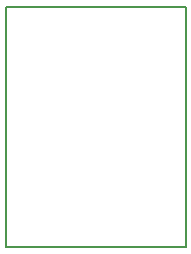
<source format=gbr>
%TF.GenerationSoftware,KiCad,Pcbnew,8.0.4*%
%TF.CreationDate,2024-08-22T16:07:43-07:00*%
%TF.ProjectId,tmtua,746d7475-612e-46b6-9963-61645f706362,0.1*%
%TF.SameCoordinates,Original*%
%TF.FileFunction,Profile,NP*%
%FSLAX46Y46*%
G04 Gerber Fmt 4.6, Leading zero omitted, Abs format (unit mm)*
G04 Created by KiCad (PCBNEW 8.0.4) date 2024-08-22 16:07:43*
%MOMM*%
%LPD*%
G01*
G04 APERTURE LIST*
%TA.AperFunction,Profile*%
%ADD10C,0.200000*%
%TD*%
G04 APERTURE END LIST*
D10*
X138430000Y-82550000D02*
X153670000Y-82550000D01*
X153670000Y-102870000D01*
X138430000Y-102870000D01*
X138430000Y-82550000D01*
M02*

</source>
